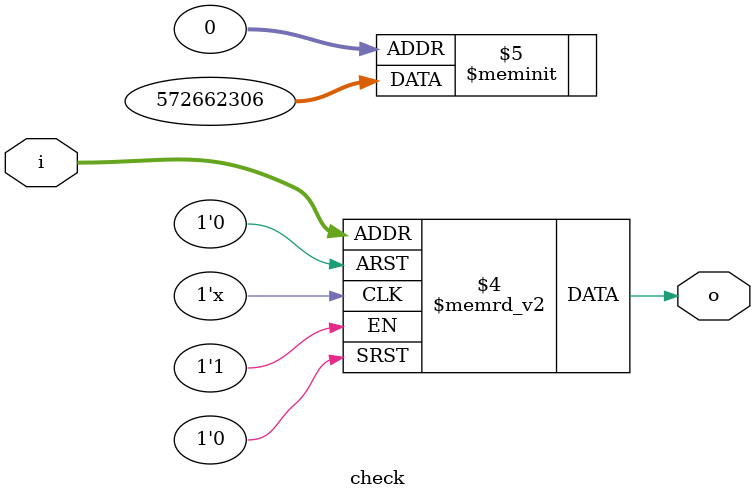
<source format=v>
module check(
  input [4:0] i,
  output reg o
);

always @(*) begin
  o = 0;
  case(i)
    1,5,9,13,17,21,25,29: o = 1;
    default: o = 0;
  endcase
end

endmodule
</source>
